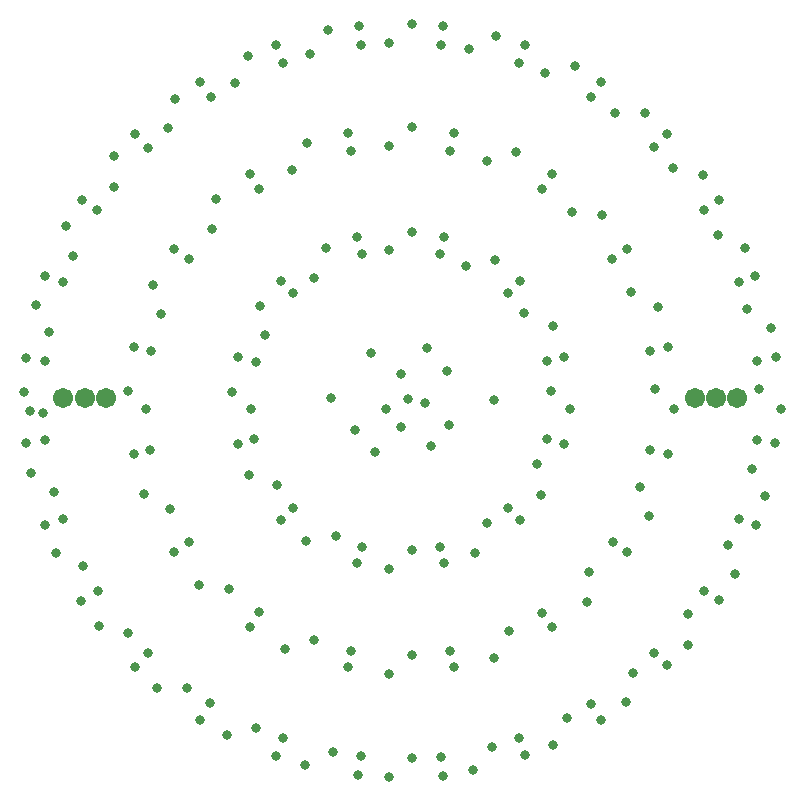
<source format=gbs>
G04*
G04 #@! TF.GenerationSoftware,Altium Limited,Altium Designer,20.2.4 (192)*
G04*
G04 Layer_Color=16711935*
%FSLAX25Y25*%
%MOIN*%
G70*
G04*
G04 #@! TF.SameCoordinates,D12834CA-4DE5-443E-9A18-81BA23B25CB7*
G04*
G04*
G04 #@! TF.FilePolarity,Negative*
G04*
G01*
G75*
%ADD258C,0.06706*%
%ADD259C,0.03162*%
D258*
X-112402Y787D02*
D03*
X-105315D02*
D03*
X-98228D02*
D03*
X112205D02*
D03*
X105118D02*
D03*
X98032D02*
D03*
D259*
X126772Y-2756D02*
D03*
X-123622Y-3543D02*
D03*
X-119266Y-4056D02*
D03*
X90945Y-2756D02*
D03*
X31102Y0D02*
D03*
X-23391Y878D02*
D03*
X118701Y13287D02*
D03*
X-55291Y105769D02*
D03*
X-50930Y114861D02*
D03*
X-39370Y112500D02*
D03*
X-41437Y118504D02*
D03*
X-30382Y115423D02*
D03*
X-24107Y123317D02*
D03*
X-13287Y118602D02*
D03*
X-13976Y124705D02*
D03*
X-3937Y119291D02*
D03*
X3937Y125591D02*
D03*
X13386Y118602D02*
D03*
X13976Y124705D02*
D03*
X22705Y117175D02*
D03*
X31783Y121565D02*
D03*
X39370Y112598D02*
D03*
X41437Y118405D02*
D03*
X48197Y109185D02*
D03*
X58024Y111444D02*
D03*
X63484Y101083D02*
D03*
X66831Y106299D02*
D03*
X71297Y95701D02*
D03*
X81380Y95717D02*
D03*
X88681Y88779D02*
D03*
X84350Y84350D02*
D03*
X90791Y77453D02*
D03*
X100626Y75224D02*
D03*
X101083Y63484D02*
D03*
X106201Y66732D02*
D03*
X105769Y55291D02*
D03*
X114861Y50930D02*
D03*
X118209Y41437D02*
D03*
X112697Y39370D02*
D03*
X115423Y30382D02*
D03*
X123317Y24107D02*
D03*
X118504Y-41535D02*
D03*
X106201Y-66634D02*
D03*
X88712Y-88171D02*
D03*
X66807Y-106496D02*
D03*
X41437Y-118297D02*
D03*
X14075Y-125101D02*
D03*
X-14075Y-124705D02*
D03*
X-71297Y-95701D02*
D03*
X-41437Y-118602D02*
D03*
X-67002Y-106569D02*
D03*
X-88655Y-88754D02*
D03*
X-106595Y-66929D02*
D03*
X-118677Y-41535D02*
D03*
X-63386Y100984D02*
D03*
X-66732Y106299D02*
D03*
X-75224Y100626D02*
D03*
X-77453Y90791D02*
D03*
X-88681Y88779D02*
D03*
X-84252Y84252D02*
D03*
X-111444Y58024D02*
D03*
X-109186Y48197D02*
D03*
X-95716Y81380D02*
D03*
X-95701Y71297D02*
D03*
X-101083Y63484D02*
D03*
X-106299Y66831D02*
D03*
X-118504Y41457D02*
D03*
X-112598Y39469D02*
D03*
X-117175Y22705D02*
D03*
X-121565Y31783D02*
D03*
X-124976Y14075D02*
D03*
X-118602Y-13287D02*
D03*
X-124803Y-14075D02*
D03*
X-123317Y-24107D02*
D03*
X-115423Y-30382D02*
D03*
X-112598Y-39370D02*
D03*
X-114861Y-50930D02*
D03*
X-105769Y-55291D02*
D03*
X-100984Y-63386D02*
D03*
X-100626Y-75224D02*
D03*
X-90791Y-77453D02*
D03*
X-84153Y-84350D02*
D03*
X-81380Y-95717D02*
D03*
X-63484Y-100886D02*
D03*
X-58024Y-111444D02*
D03*
X-48197Y-109185D02*
D03*
X-39370Y-112697D02*
D03*
X-22705Y-117175D02*
D03*
X-31783Y-121565D02*
D03*
X-13386Y-118602D02*
D03*
X3937Y-119291D02*
D03*
X-3937Y-125591D02*
D03*
X24107Y-123317D02*
D03*
X30382Y-115423D02*
D03*
X13386Y-118799D02*
D03*
X39370Y-112598D02*
D03*
X55291Y-105769D02*
D03*
X50930Y-114861D02*
D03*
X63583Y-101181D02*
D03*
X77453Y-90791D02*
D03*
X75224Y-100626D02*
D03*
X84350Y-84252D02*
D03*
X95701Y-71297D02*
D03*
X95717Y-81380D02*
D03*
X100984Y-63386D02*
D03*
X111444Y-58024D02*
D03*
X109185Y-48197D02*
D03*
X124902Y-14075D02*
D03*
X112697Y-39370D02*
D03*
X121565Y-31783D02*
D03*
X117175Y-22705D02*
D03*
X118701Y-13287D02*
D03*
X125049Y14339D02*
D03*
X-125591Y2756D02*
D03*
X56299Y-2756D02*
D03*
X-15354Y-9843D02*
D03*
X67216Y61648D02*
D03*
X75590Y50394D02*
D03*
X85716Y31229D02*
D03*
X88976Y17717D02*
D03*
Y-17717D02*
D03*
X82702Y-38504D02*
D03*
X75590Y-50394D02*
D03*
X62026Y-67168D02*
D03*
X50394Y-75590D02*
D03*
X31229Y-85716D02*
D03*
X17717Y-88976D02*
D03*
X-3937Y-91142D02*
D03*
X-17717Y-88976D02*
D03*
X-38504Y-82702D02*
D03*
X-50394Y-75590D02*
D03*
X-67216Y-61648D02*
D03*
X-75590Y-50394D02*
D03*
X-85716Y-31229D02*
D03*
X-88976Y-17717D02*
D03*
X-90945Y3150D02*
D03*
X-88976Y17717D02*
D03*
X-82702Y38504D02*
D03*
X-75590Y50394D02*
D03*
X-61648Y67216D02*
D03*
X-31229Y85716D02*
D03*
X3937Y91142D02*
D03*
X38504Y82702D02*
D03*
X50394Y75590D02*
D03*
X17717Y88976D02*
D03*
X-17717D02*
D03*
X-50394Y75590D02*
D03*
X-56299Y2756D02*
D03*
X-3937Y-56299D02*
D03*
X14567Y-54331D02*
D03*
X-14567D02*
D03*
X-39764Y-39764D02*
D03*
X-31559Y-46783D02*
D03*
X-50720Y-24740D02*
D03*
X-54331Y-14567D02*
D03*
X24740Y-50720D02*
D03*
X39764Y-39764D02*
D03*
X46783Y-31559D02*
D03*
X54331Y-14567D02*
D03*
Y14567D02*
D03*
X50720Y24740D02*
D03*
X39764Y39764D02*
D03*
X31559Y46783D02*
D03*
X14567Y54331D02*
D03*
X3937Y56299D02*
D03*
X-24740Y50720D02*
D03*
X-14567Y54331D02*
D03*
X-39764Y39764D02*
D03*
X-46850Y31496D02*
D03*
X-54331Y14567D02*
D03*
X10236Y-15354D02*
D03*
X-9843Y15748D02*
D03*
X15354Y9843D02*
D03*
X-4779Y-2811D02*
D03*
X2380Y347D02*
D03*
X0Y8661D02*
D03*
X-118504Y13189D02*
D03*
X119291Y3937D02*
D03*
X8268Y-819D02*
D03*
X16142Y-8268D02*
D03*
X50000Y3150D02*
D03*
X-8661Y-17323D02*
D03*
X-16535Y-83465D02*
D03*
X-70472Y-47244D02*
D03*
X-83472Y-16535D02*
D03*
X-47244Y70472D02*
D03*
X-83071Y16535D02*
D03*
X-79896Y28819D02*
D03*
X-62761Y57194D02*
D03*
X-36093Y76883D02*
D03*
X-3937Y84842D02*
D03*
X28819Y79896D02*
D03*
X57194Y62761D02*
D03*
X76883Y36093D02*
D03*
X84842Y3937D02*
D03*
X79896Y-28819D02*
D03*
X62761Y-57194D02*
D03*
X36093Y-76883D02*
D03*
X3937Y-84842D02*
D03*
X-28819Y-79896D02*
D03*
X-57194Y-62761D02*
D03*
X-76883Y-36093D02*
D03*
X-47244Y-70472D02*
D03*
X16535Y-83465D02*
D03*
X47244Y-70866D02*
D03*
X70866Y-47244D02*
D03*
X83071Y-16535D02*
D03*
Y16535D02*
D03*
X70472Y47244D02*
D03*
X47244Y70472D02*
D03*
X16535Y83071D02*
D03*
X-16535D02*
D03*
X-70472Y47244D02*
D03*
X-85039Y-2756D02*
D03*
X0Y-8980D02*
D03*
X48819Y12992D02*
D03*
Y-12992D02*
D03*
X35827Y-35827D02*
D03*
X12992Y-48819D02*
D03*
X-12992D02*
D03*
X-45276Y21654D02*
D03*
X-35827Y35827D02*
D03*
X-28740Y40945D02*
D03*
X-12992Y48819D02*
D03*
X12992D02*
D03*
X35827Y35827D02*
D03*
X-3937Y50000D02*
D03*
X21654Y44882D02*
D03*
X40945Y29134D02*
D03*
X45276Y-21260D02*
D03*
X28740Y-40945D02*
D03*
X3937Y-50000D02*
D03*
X-21654Y-45276D02*
D03*
X-41339Y-28346D02*
D03*
X-35827Y-35827D02*
D03*
X-48819Y-12992D02*
D03*
X-50000Y-2756D02*
D03*
X-48392Y12878D02*
D03*
X8661Y17323D02*
D03*
M02*

</source>
